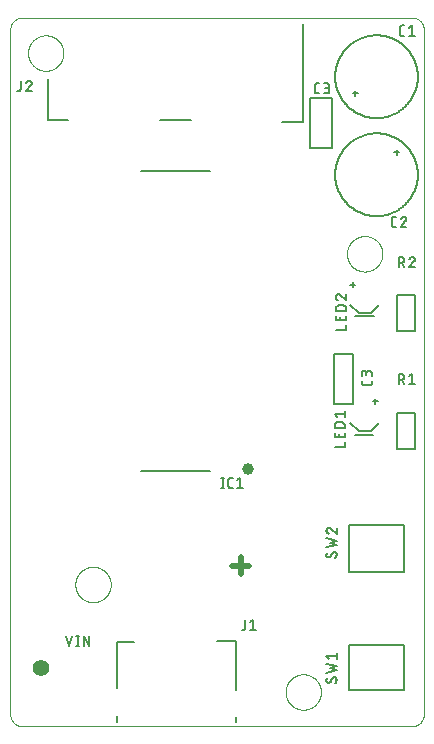
<source format=gto>
G75*
%MOIN*%
%OFA0B0*%
%FSLAX25Y25*%
%IPPOS*%
%LPD*%
%AMOC8*
5,1,8,0,0,1.08239X$1,22.5*
%
%ADD10C,0.00000*%
%ADD11C,0.00600*%
%ADD12C,0.02000*%
%ADD13C,0.03937*%
%ADD14C,0.05568*%
%ADD15C,0.00787*%
D10*
X0007206Y0016861D02*
X0137127Y0016861D01*
X0137251Y0016863D01*
X0137374Y0016869D01*
X0137498Y0016878D01*
X0137620Y0016892D01*
X0137743Y0016909D01*
X0137865Y0016931D01*
X0137986Y0016956D01*
X0138106Y0016985D01*
X0138225Y0017017D01*
X0138344Y0017054D01*
X0138461Y0017094D01*
X0138576Y0017137D01*
X0138691Y0017185D01*
X0138803Y0017236D01*
X0138914Y0017290D01*
X0139024Y0017348D01*
X0139131Y0017409D01*
X0139237Y0017474D01*
X0139340Y0017542D01*
X0139441Y0017613D01*
X0139540Y0017687D01*
X0139637Y0017764D01*
X0139731Y0017845D01*
X0139822Y0017928D01*
X0139911Y0018014D01*
X0139997Y0018103D01*
X0140080Y0018194D01*
X0140161Y0018288D01*
X0140238Y0018385D01*
X0140312Y0018484D01*
X0140383Y0018585D01*
X0140451Y0018688D01*
X0140516Y0018794D01*
X0140577Y0018901D01*
X0140635Y0019011D01*
X0140689Y0019122D01*
X0140740Y0019234D01*
X0140788Y0019349D01*
X0140831Y0019464D01*
X0140871Y0019581D01*
X0140908Y0019700D01*
X0140940Y0019819D01*
X0140969Y0019939D01*
X0140994Y0020060D01*
X0141016Y0020182D01*
X0141033Y0020305D01*
X0141047Y0020427D01*
X0141056Y0020551D01*
X0141062Y0020674D01*
X0141064Y0020798D01*
X0141064Y0249145D01*
X0141062Y0249269D01*
X0141056Y0249392D01*
X0141047Y0249516D01*
X0141033Y0249638D01*
X0141016Y0249761D01*
X0140994Y0249883D01*
X0140969Y0250004D01*
X0140940Y0250124D01*
X0140908Y0250243D01*
X0140871Y0250362D01*
X0140831Y0250479D01*
X0140788Y0250594D01*
X0140740Y0250709D01*
X0140689Y0250821D01*
X0140635Y0250932D01*
X0140577Y0251042D01*
X0140516Y0251149D01*
X0140451Y0251255D01*
X0140383Y0251358D01*
X0140312Y0251459D01*
X0140238Y0251558D01*
X0140161Y0251655D01*
X0140080Y0251749D01*
X0139997Y0251840D01*
X0139911Y0251929D01*
X0139822Y0252015D01*
X0139731Y0252098D01*
X0139637Y0252179D01*
X0139540Y0252256D01*
X0139441Y0252330D01*
X0139340Y0252401D01*
X0139237Y0252469D01*
X0139131Y0252534D01*
X0139024Y0252595D01*
X0138914Y0252653D01*
X0138803Y0252707D01*
X0138691Y0252758D01*
X0138576Y0252806D01*
X0138461Y0252849D01*
X0138344Y0252889D01*
X0138225Y0252926D01*
X0138106Y0252958D01*
X0137986Y0252987D01*
X0137865Y0253012D01*
X0137743Y0253034D01*
X0137620Y0253051D01*
X0137498Y0253065D01*
X0137374Y0253074D01*
X0137251Y0253080D01*
X0137127Y0253082D01*
X0007206Y0253082D01*
X0007082Y0253080D01*
X0006959Y0253074D01*
X0006835Y0253065D01*
X0006713Y0253051D01*
X0006590Y0253034D01*
X0006468Y0253012D01*
X0006347Y0252987D01*
X0006227Y0252958D01*
X0006108Y0252926D01*
X0005989Y0252889D01*
X0005872Y0252849D01*
X0005757Y0252806D01*
X0005642Y0252758D01*
X0005530Y0252707D01*
X0005419Y0252653D01*
X0005309Y0252595D01*
X0005202Y0252534D01*
X0005096Y0252469D01*
X0004993Y0252401D01*
X0004892Y0252330D01*
X0004793Y0252256D01*
X0004696Y0252179D01*
X0004602Y0252098D01*
X0004511Y0252015D01*
X0004422Y0251929D01*
X0004336Y0251840D01*
X0004253Y0251749D01*
X0004172Y0251655D01*
X0004095Y0251558D01*
X0004021Y0251459D01*
X0003950Y0251358D01*
X0003882Y0251255D01*
X0003817Y0251149D01*
X0003756Y0251042D01*
X0003698Y0250932D01*
X0003644Y0250821D01*
X0003593Y0250709D01*
X0003545Y0250594D01*
X0003502Y0250479D01*
X0003462Y0250362D01*
X0003425Y0250243D01*
X0003393Y0250124D01*
X0003364Y0250004D01*
X0003339Y0249883D01*
X0003317Y0249761D01*
X0003300Y0249638D01*
X0003286Y0249516D01*
X0003277Y0249392D01*
X0003271Y0249269D01*
X0003269Y0249145D01*
X0003269Y0020798D01*
X0003271Y0020674D01*
X0003277Y0020551D01*
X0003286Y0020427D01*
X0003300Y0020305D01*
X0003317Y0020182D01*
X0003339Y0020060D01*
X0003364Y0019939D01*
X0003393Y0019819D01*
X0003425Y0019700D01*
X0003462Y0019581D01*
X0003502Y0019464D01*
X0003545Y0019349D01*
X0003593Y0019234D01*
X0003644Y0019122D01*
X0003698Y0019011D01*
X0003756Y0018901D01*
X0003817Y0018794D01*
X0003882Y0018688D01*
X0003950Y0018585D01*
X0004021Y0018484D01*
X0004095Y0018385D01*
X0004172Y0018288D01*
X0004253Y0018194D01*
X0004336Y0018103D01*
X0004422Y0018014D01*
X0004511Y0017928D01*
X0004602Y0017845D01*
X0004696Y0017764D01*
X0004793Y0017687D01*
X0004892Y0017613D01*
X0004993Y0017542D01*
X0005096Y0017474D01*
X0005202Y0017409D01*
X0005309Y0017348D01*
X0005419Y0017290D01*
X0005530Y0017236D01*
X0005642Y0017185D01*
X0005757Y0017137D01*
X0005872Y0017094D01*
X0005989Y0017054D01*
X0006108Y0017017D01*
X0006227Y0016985D01*
X0006347Y0016956D01*
X0006468Y0016931D01*
X0006590Y0016909D01*
X0006713Y0016892D01*
X0006835Y0016878D01*
X0006959Y0016869D01*
X0007082Y0016863D01*
X0007206Y0016861D01*
X0024922Y0064106D02*
X0024924Y0064259D01*
X0024930Y0064413D01*
X0024940Y0064566D01*
X0024954Y0064718D01*
X0024972Y0064871D01*
X0024994Y0065022D01*
X0025019Y0065173D01*
X0025049Y0065324D01*
X0025083Y0065474D01*
X0025120Y0065622D01*
X0025161Y0065770D01*
X0025206Y0065916D01*
X0025255Y0066062D01*
X0025308Y0066206D01*
X0025364Y0066348D01*
X0025424Y0066489D01*
X0025488Y0066629D01*
X0025555Y0066767D01*
X0025626Y0066903D01*
X0025701Y0067037D01*
X0025778Y0067169D01*
X0025860Y0067299D01*
X0025944Y0067427D01*
X0026032Y0067553D01*
X0026123Y0067676D01*
X0026217Y0067797D01*
X0026315Y0067915D01*
X0026415Y0068031D01*
X0026519Y0068144D01*
X0026625Y0068255D01*
X0026734Y0068363D01*
X0026846Y0068468D01*
X0026960Y0068569D01*
X0027078Y0068668D01*
X0027197Y0068764D01*
X0027319Y0068857D01*
X0027444Y0068946D01*
X0027571Y0069033D01*
X0027700Y0069115D01*
X0027831Y0069195D01*
X0027964Y0069271D01*
X0028099Y0069344D01*
X0028236Y0069413D01*
X0028375Y0069478D01*
X0028515Y0069540D01*
X0028657Y0069598D01*
X0028800Y0069653D01*
X0028945Y0069704D01*
X0029091Y0069751D01*
X0029238Y0069794D01*
X0029386Y0069833D01*
X0029535Y0069869D01*
X0029685Y0069900D01*
X0029836Y0069928D01*
X0029987Y0069952D01*
X0030140Y0069972D01*
X0030292Y0069988D01*
X0030445Y0070000D01*
X0030598Y0070008D01*
X0030751Y0070012D01*
X0030905Y0070012D01*
X0031058Y0070008D01*
X0031211Y0070000D01*
X0031364Y0069988D01*
X0031516Y0069972D01*
X0031669Y0069952D01*
X0031820Y0069928D01*
X0031971Y0069900D01*
X0032121Y0069869D01*
X0032270Y0069833D01*
X0032418Y0069794D01*
X0032565Y0069751D01*
X0032711Y0069704D01*
X0032856Y0069653D01*
X0032999Y0069598D01*
X0033141Y0069540D01*
X0033281Y0069478D01*
X0033420Y0069413D01*
X0033557Y0069344D01*
X0033692Y0069271D01*
X0033825Y0069195D01*
X0033956Y0069115D01*
X0034085Y0069033D01*
X0034212Y0068946D01*
X0034337Y0068857D01*
X0034459Y0068764D01*
X0034578Y0068668D01*
X0034696Y0068569D01*
X0034810Y0068468D01*
X0034922Y0068363D01*
X0035031Y0068255D01*
X0035137Y0068144D01*
X0035241Y0068031D01*
X0035341Y0067915D01*
X0035439Y0067797D01*
X0035533Y0067676D01*
X0035624Y0067553D01*
X0035712Y0067427D01*
X0035796Y0067299D01*
X0035878Y0067169D01*
X0035955Y0067037D01*
X0036030Y0066903D01*
X0036101Y0066767D01*
X0036168Y0066629D01*
X0036232Y0066489D01*
X0036292Y0066348D01*
X0036348Y0066206D01*
X0036401Y0066062D01*
X0036450Y0065916D01*
X0036495Y0065770D01*
X0036536Y0065622D01*
X0036573Y0065474D01*
X0036607Y0065324D01*
X0036637Y0065173D01*
X0036662Y0065022D01*
X0036684Y0064871D01*
X0036702Y0064718D01*
X0036716Y0064566D01*
X0036726Y0064413D01*
X0036732Y0064259D01*
X0036734Y0064106D01*
X0036732Y0063953D01*
X0036726Y0063799D01*
X0036716Y0063646D01*
X0036702Y0063494D01*
X0036684Y0063341D01*
X0036662Y0063190D01*
X0036637Y0063039D01*
X0036607Y0062888D01*
X0036573Y0062738D01*
X0036536Y0062590D01*
X0036495Y0062442D01*
X0036450Y0062296D01*
X0036401Y0062150D01*
X0036348Y0062006D01*
X0036292Y0061864D01*
X0036232Y0061723D01*
X0036168Y0061583D01*
X0036101Y0061445D01*
X0036030Y0061309D01*
X0035955Y0061175D01*
X0035878Y0061043D01*
X0035796Y0060913D01*
X0035712Y0060785D01*
X0035624Y0060659D01*
X0035533Y0060536D01*
X0035439Y0060415D01*
X0035341Y0060297D01*
X0035241Y0060181D01*
X0035137Y0060068D01*
X0035031Y0059957D01*
X0034922Y0059849D01*
X0034810Y0059744D01*
X0034696Y0059643D01*
X0034578Y0059544D01*
X0034459Y0059448D01*
X0034337Y0059355D01*
X0034212Y0059266D01*
X0034085Y0059179D01*
X0033956Y0059097D01*
X0033825Y0059017D01*
X0033692Y0058941D01*
X0033557Y0058868D01*
X0033420Y0058799D01*
X0033281Y0058734D01*
X0033141Y0058672D01*
X0032999Y0058614D01*
X0032856Y0058559D01*
X0032711Y0058508D01*
X0032565Y0058461D01*
X0032418Y0058418D01*
X0032270Y0058379D01*
X0032121Y0058343D01*
X0031971Y0058312D01*
X0031820Y0058284D01*
X0031669Y0058260D01*
X0031516Y0058240D01*
X0031364Y0058224D01*
X0031211Y0058212D01*
X0031058Y0058204D01*
X0030905Y0058200D01*
X0030751Y0058200D01*
X0030598Y0058204D01*
X0030445Y0058212D01*
X0030292Y0058224D01*
X0030140Y0058240D01*
X0029987Y0058260D01*
X0029836Y0058284D01*
X0029685Y0058312D01*
X0029535Y0058343D01*
X0029386Y0058379D01*
X0029238Y0058418D01*
X0029091Y0058461D01*
X0028945Y0058508D01*
X0028800Y0058559D01*
X0028657Y0058614D01*
X0028515Y0058672D01*
X0028375Y0058734D01*
X0028236Y0058799D01*
X0028099Y0058868D01*
X0027964Y0058941D01*
X0027831Y0059017D01*
X0027700Y0059097D01*
X0027571Y0059179D01*
X0027444Y0059266D01*
X0027319Y0059355D01*
X0027197Y0059448D01*
X0027078Y0059544D01*
X0026960Y0059643D01*
X0026846Y0059744D01*
X0026734Y0059849D01*
X0026625Y0059957D01*
X0026519Y0060068D01*
X0026415Y0060181D01*
X0026315Y0060297D01*
X0026217Y0060415D01*
X0026123Y0060536D01*
X0026032Y0060659D01*
X0025944Y0060785D01*
X0025860Y0060913D01*
X0025778Y0061043D01*
X0025701Y0061175D01*
X0025626Y0061309D01*
X0025555Y0061445D01*
X0025488Y0061583D01*
X0025424Y0061723D01*
X0025364Y0061864D01*
X0025308Y0062006D01*
X0025255Y0062150D01*
X0025206Y0062296D01*
X0025161Y0062442D01*
X0025120Y0062590D01*
X0025083Y0062738D01*
X0025049Y0062888D01*
X0025019Y0063039D01*
X0024994Y0063190D01*
X0024972Y0063341D01*
X0024954Y0063494D01*
X0024940Y0063646D01*
X0024930Y0063799D01*
X0024924Y0063953D01*
X0024922Y0064106D01*
X0095000Y0028279D02*
X0095002Y0028432D01*
X0095008Y0028586D01*
X0095018Y0028739D01*
X0095032Y0028891D01*
X0095050Y0029044D01*
X0095072Y0029195D01*
X0095097Y0029346D01*
X0095127Y0029497D01*
X0095161Y0029647D01*
X0095198Y0029795D01*
X0095239Y0029943D01*
X0095284Y0030089D01*
X0095333Y0030235D01*
X0095386Y0030379D01*
X0095442Y0030521D01*
X0095502Y0030662D01*
X0095566Y0030802D01*
X0095633Y0030940D01*
X0095704Y0031076D01*
X0095779Y0031210D01*
X0095856Y0031342D01*
X0095938Y0031472D01*
X0096022Y0031600D01*
X0096110Y0031726D01*
X0096201Y0031849D01*
X0096295Y0031970D01*
X0096393Y0032088D01*
X0096493Y0032204D01*
X0096597Y0032317D01*
X0096703Y0032428D01*
X0096812Y0032536D01*
X0096924Y0032641D01*
X0097038Y0032742D01*
X0097156Y0032841D01*
X0097275Y0032937D01*
X0097397Y0033030D01*
X0097522Y0033119D01*
X0097649Y0033206D01*
X0097778Y0033288D01*
X0097909Y0033368D01*
X0098042Y0033444D01*
X0098177Y0033517D01*
X0098314Y0033586D01*
X0098453Y0033651D01*
X0098593Y0033713D01*
X0098735Y0033771D01*
X0098878Y0033826D01*
X0099023Y0033877D01*
X0099169Y0033924D01*
X0099316Y0033967D01*
X0099464Y0034006D01*
X0099613Y0034042D01*
X0099763Y0034073D01*
X0099914Y0034101D01*
X0100065Y0034125D01*
X0100218Y0034145D01*
X0100370Y0034161D01*
X0100523Y0034173D01*
X0100676Y0034181D01*
X0100829Y0034185D01*
X0100983Y0034185D01*
X0101136Y0034181D01*
X0101289Y0034173D01*
X0101442Y0034161D01*
X0101594Y0034145D01*
X0101747Y0034125D01*
X0101898Y0034101D01*
X0102049Y0034073D01*
X0102199Y0034042D01*
X0102348Y0034006D01*
X0102496Y0033967D01*
X0102643Y0033924D01*
X0102789Y0033877D01*
X0102934Y0033826D01*
X0103077Y0033771D01*
X0103219Y0033713D01*
X0103359Y0033651D01*
X0103498Y0033586D01*
X0103635Y0033517D01*
X0103770Y0033444D01*
X0103903Y0033368D01*
X0104034Y0033288D01*
X0104163Y0033206D01*
X0104290Y0033119D01*
X0104415Y0033030D01*
X0104537Y0032937D01*
X0104656Y0032841D01*
X0104774Y0032742D01*
X0104888Y0032641D01*
X0105000Y0032536D01*
X0105109Y0032428D01*
X0105215Y0032317D01*
X0105319Y0032204D01*
X0105419Y0032088D01*
X0105517Y0031970D01*
X0105611Y0031849D01*
X0105702Y0031726D01*
X0105790Y0031600D01*
X0105874Y0031472D01*
X0105956Y0031342D01*
X0106033Y0031210D01*
X0106108Y0031076D01*
X0106179Y0030940D01*
X0106246Y0030802D01*
X0106310Y0030662D01*
X0106370Y0030521D01*
X0106426Y0030379D01*
X0106479Y0030235D01*
X0106528Y0030089D01*
X0106573Y0029943D01*
X0106614Y0029795D01*
X0106651Y0029647D01*
X0106685Y0029497D01*
X0106715Y0029346D01*
X0106740Y0029195D01*
X0106762Y0029044D01*
X0106780Y0028891D01*
X0106794Y0028739D01*
X0106804Y0028586D01*
X0106810Y0028432D01*
X0106812Y0028279D01*
X0106810Y0028126D01*
X0106804Y0027972D01*
X0106794Y0027819D01*
X0106780Y0027667D01*
X0106762Y0027514D01*
X0106740Y0027363D01*
X0106715Y0027212D01*
X0106685Y0027061D01*
X0106651Y0026911D01*
X0106614Y0026763D01*
X0106573Y0026615D01*
X0106528Y0026469D01*
X0106479Y0026323D01*
X0106426Y0026179D01*
X0106370Y0026037D01*
X0106310Y0025896D01*
X0106246Y0025756D01*
X0106179Y0025618D01*
X0106108Y0025482D01*
X0106033Y0025348D01*
X0105956Y0025216D01*
X0105874Y0025086D01*
X0105790Y0024958D01*
X0105702Y0024832D01*
X0105611Y0024709D01*
X0105517Y0024588D01*
X0105419Y0024470D01*
X0105319Y0024354D01*
X0105215Y0024241D01*
X0105109Y0024130D01*
X0105000Y0024022D01*
X0104888Y0023917D01*
X0104774Y0023816D01*
X0104656Y0023717D01*
X0104537Y0023621D01*
X0104415Y0023528D01*
X0104290Y0023439D01*
X0104163Y0023352D01*
X0104034Y0023270D01*
X0103903Y0023190D01*
X0103770Y0023114D01*
X0103635Y0023041D01*
X0103498Y0022972D01*
X0103359Y0022907D01*
X0103219Y0022845D01*
X0103077Y0022787D01*
X0102934Y0022732D01*
X0102789Y0022681D01*
X0102643Y0022634D01*
X0102496Y0022591D01*
X0102348Y0022552D01*
X0102199Y0022516D01*
X0102049Y0022485D01*
X0101898Y0022457D01*
X0101747Y0022433D01*
X0101594Y0022413D01*
X0101442Y0022397D01*
X0101289Y0022385D01*
X0101136Y0022377D01*
X0100983Y0022373D01*
X0100829Y0022373D01*
X0100676Y0022377D01*
X0100523Y0022385D01*
X0100370Y0022397D01*
X0100218Y0022413D01*
X0100065Y0022433D01*
X0099914Y0022457D01*
X0099763Y0022485D01*
X0099613Y0022516D01*
X0099464Y0022552D01*
X0099316Y0022591D01*
X0099169Y0022634D01*
X0099023Y0022681D01*
X0098878Y0022732D01*
X0098735Y0022787D01*
X0098593Y0022845D01*
X0098453Y0022907D01*
X0098314Y0022972D01*
X0098177Y0023041D01*
X0098042Y0023114D01*
X0097909Y0023190D01*
X0097778Y0023270D01*
X0097649Y0023352D01*
X0097522Y0023439D01*
X0097397Y0023528D01*
X0097275Y0023621D01*
X0097156Y0023717D01*
X0097038Y0023816D01*
X0096924Y0023917D01*
X0096812Y0024022D01*
X0096703Y0024130D01*
X0096597Y0024241D01*
X0096493Y0024354D01*
X0096393Y0024470D01*
X0096295Y0024588D01*
X0096201Y0024709D01*
X0096110Y0024832D01*
X0096022Y0024958D01*
X0095938Y0025086D01*
X0095856Y0025216D01*
X0095779Y0025348D01*
X0095704Y0025482D01*
X0095633Y0025618D01*
X0095566Y0025756D01*
X0095502Y0025896D01*
X0095442Y0026037D01*
X0095386Y0026179D01*
X0095333Y0026323D01*
X0095284Y0026469D01*
X0095239Y0026615D01*
X0095198Y0026763D01*
X0095161Y0026911D01*
X0095127Y0027061D01*
X0095097Y0027212D01*
X0095072Y0027363D01*
X0095050Y0027514D01*
X0095032Y0027667D01*
X0095018Y0027819D01*
X0095008Y0027972D01*
X0095002Y0028126D01*
X0095000Y0028279D01*
X0115473Y0174342D02*
X0115475Y0174495D01*
X0115481Y0174649D01*
X0115491Y0174802D01*
X0115505Y0174954D01*
X0115523Y0175107D01*
X0115545Y0175258D01*
X0115570Y0175409D01*
X0115600Y0175560D01*
X0115634Y0175710D01*
X0115671Y0175858D01*
X0115712Y0176006D01*
X0115757Y0176152D01*
X0115806Y0176298D01*
X0115859Y0176442D01*
X0115915Y0176584D01*
X0115975Y0176725D01*
X0116039Y0176865D01*
X0116106Y0177003D01*
X0116177Y0177139D01*
X0116252Y0177273D01*
X0116329Y0177405D01*
X0116411Y0177535D01*
X0116495Y0177663D01*
X0116583Y0177789D01*
X0116674Y0177912D01*
X0116768Y0178033D01*
X0116866Y0178151D01*
X0116966Y0178267D01*
X0117070Y0178380D01*
X0117176Y0178491D01*
X0117285Y0178599D01*
X0117397Y0178704D01*
X0117511Y0178805D01*
X0117629Y0178904D01*
X0117748Y0179000D01*
X0117870Y0179093D01*
X0117995Y0179182D01*
X0118122Y0179269D01*
X0118251Y0179351D01*
X0118382Y0179431D01*
X0118515Y0179507D01*
X0118650Y0179580D01*
X0118787Y0179649D01*
X0118926Y0179714D01*
X0119066Y0179776D01*
X0119208Y0179834D01*
X0119351Y0179889D01*
X0119496Y0179940D01*
X0119642Y0179987D01*
X0119789Y0180030D01*
X0119937Y0180069D01*
X0120086Y0180105D01*
X0120236Y0180136D01*
X0120387Y0180164D01*
X0120538Y0180188D01*
X0120691Y0180208D01*
X0120843Y0180224D01*
X0120996Y0180236D01*
X0121149Y0180244D01*
X0121302Y0180248D01*
X0121456Y0180248D01*
X0121609Y0180244D01*
X0121762Y0180236D01*
X0121915Y0180224D01*
X0122067Y0180208D01*
X0122220Y0180188D01*
X0122371Y0180164D01*
X0122522Y0180136D01*
X0122672Y0180105D01*
X0122821Y0180069D01*
X0122969Y0180030D01*
X0123116Y0179987D01*
X0123262Y0179940D01*
X0123407Y0179889D01*
X0123550Y0179834D01*
X0123692Y0179776D01*
X0123832Y0179714D01*
X0123971Y0179649D01*
X0124108Y0179580D01*
X0124243Y0179507D01*
X0124376Y0179431D01*
X0124507Y0179351D01*
X0124636Y0179269D01*
X0124763Y0179182D01*
X0124888Y0179093D01*
X0125010Y0179000D01*
X0125129Y0178904D01*
X0125247Y0178805D01*
X0125361Y0178704D01*
X0125473Y0178599D01*
X0125582Y0178491D01*
X0125688Y0178380D01*
X0125792Y0178267D01*
X0125892Y0178151D01*
X0125990Y0178033D01*
X0126084Y0177912D01*
X0126175Y0177789D01*
X0126263Y0177663D01*
X0126347Y0177535D01*
X0126429Y0177405D01*
X0126506Y0177273D01*
X0126581Y0177139D01*
X0126652Y0177003D01*
X0126719Y0176865D01*
X0126783Y0176725D01*
X0126843Y0176584D01*
X0126899Y0176442D01*
X0126952Y0176298D01*
X0127001Y0176152D01*
X0127046Y0176006D01*
X0127087Y0175858D01*
X0127124Y0175710D01*
X0127158Y0175560D01*
X0127188Y0175409D01*
X0127213Y0175258D01*
X0127235Y0175107D01*
X0127253Y0174954D01*
X0127267Y0174802D01*
X0127277Y0174649D01*
X0127283Y0174495D01*
X0127285Y0174342D01*
X0127283Y0174189D01*
X0127277Y0174035D01*
X0127267Y0173882D01*
X0127253Y0173730D01*
X0127235Y0173577D01*
X0127213Y0173426D01*
X0127188Y0173275D01*
X0127158Y0173124D01*
X0127124Y0172974D01*
X0127087Y0172826D01*
X0127046Y0172678D01*
X0127001Y0172532D01*
X0126952Y0172386D01*
X0126899Y0172242D01*
X0126843Y0172100D01*
X0126783Y0171959D01*
X0126719Y0171819D01*
X0126652Y0171681D01*
X0126581Y0171545D01*
X0126506Y0171411D01*
X0126429Y0171279D01*
X0126347Y0171149D01*
X0126263Y0171021D01*
X0126175Y0170895D01*
X0126084Y0170772D01*
X0125990Y0170651D01*
X0125892Y0170533D01*
X0125792Y0170417D01*
X0125688Y0170304D01*
X0125582Y0170193D01*
X0125473Y0170085D01*
X0125361Y0169980D01*
X0125247Y0169879D01*
X0125129Y0169780D01*
X0125010Y0169684D01*
X0124888Y0169591D01*
X0124763Y0169502D01*
X0124636Y0169415D01*
X0124507Y0169333D01*
X0124376Y0169253D01*
X0124243Y0169177D01*
X0124108Y0169104D01*
X0123971Y0169035D01*
X0123832Y0168970D01*
X0123692Y0168908D01*
X0123550Y0168850D01*
X0123407Y0168795D01*
X0123262Y0168744D01*
X0123116Y0168697D01*
X0122969Y0168654D01*
X0122821Y0168615D01*
X0122672Y0168579D01*
X0122522Y0168548D01*
X0122371Y0168520D01*
X0122220Y0168496D01*
X0122067Y0168476D01*
X0121915Y0168460D01*
X0121762Y0168448D01*
X0121609Y0168440D01*
X0121456Y0168436D01*
X0121302Y0168436D01*
X0121149Y0168440D01*
X0120996Y0168448D01*
X0120843Y0168460D01*
X0120691Y0168476D01*
X0120538Y0168496D01*
X0120387Y0168520D01*
X0120236Y0168548D01*
X0120086Y0168579D01*
X0119937Y0168615D01*
X0119789Y0168654D01*
X0119642Y0168697D01*
X0119496Y0168744D01*
X0119351Y0168795D01*
X0119208Y0168850D01*
X0119066Y0168908D01*
X0118926Y0168970D01*
X0118787Y0169035D01*
X0118650Y0169104D01*
X0118515Y0169177D01*
X0118382Y0169253D01*
X0118251Y0169333D01*
X0118122Y0169415D01*
X0117995Y0169502D01*
X0117870Y0169591D01*
X0117748Y0169684D01*
X0117629Y0169780D01*
X0117511Y0169879D01*
X0117397Y0169980D01*
X0117285Y0170085D01*
X0117176Y0170193D01*
X0117070Y0170304D01*
X0116966Y0170417D01*
X0116866Y0170533D01*
X0116768Y0170651D01*
X0116674Y0170772D01*
X0116583Y0170895D01*
X0116495Y0171021D01*
X0116411Y0171149D01*
X0116329Y0171279D01*
X0116252Y0171411D01*
X0116177Y0171545D01*
X0116106Y0171681D01*
X0116039Y0171819D01*
X0115975Y0171959D01*
X0115915Y0172100D01*
X0115859Y0172242D01*
X0115806Y0172386D01*
X0115757Y0172532D01*
X0115712Y0172678D01*
X0115671Y0172826D01*
X0115634Y0172974D01*
X0115600Y0173124D01*
X0115570Y0173275D01*
X0115545Y0173426D01*
X0115523Y0173577D01*
X0115505Y0173730D01*
X0115491Y0173882D01*
X0115481Y0174035D01*
X0115475Y0174189D01*
X0115473Y0174342D01*
X0009174Y0241271D02*
X0009176Y0241424D01*
X0009182Y0241578D01*
X0009192Y0241731D01*
X0009206Y0241883D01*
X0009224Y0242036D01*
X0009246Y0242187D01*
X0009271Y0242338D01*
X0009301Y0242489D01*
X0009335Y0242639D01*
X0009372Y0242787D01*
X0009413Y0242935D01*
X0009458Y0243081D01*
X0009507Y0243227D01*
X0009560Y0243371D01*
X0009616Y0243513D01*
X0009676Y0243654D01*
X0009740Y0243794D01*
X0009807Y0243932D01*
X0009878Y0244068D01*
X0009953Y0244202D01*
X0010030Y0244334D01*
X0010112Y0244464D01*
X0010196Y0244592D01*
X0010284Y0244718D01*
X0010375Y0244841D01*
X0010469Y0244962D01*
X0010567Y0245080D01*
X0010667Y0245196D01*
X0010771Y0245309D01*
X0010877Y0245420D01*
X0010986Y0245528D01*
X0011098Y0245633D01*
X0011212Y0245734D01*
X0011330Y0245833D01*
X0011449Y0245929D01*
X0011571Y0246022D01*
X0011696Y0246111D01*
X0011823Y0246198D01*
X0011952Y0246280D01*
X0012083Y0246360D01*
X0012216Y0246436D01*
X0012351Y0246509D01*
X0012488Y0246578D01*
X0012627Y0246643D01*
X0012767Y0246705D01*
X0012909Y0246763D01*
X0013052Y0246818D01*
X0013197Y0246869D01*
X0013343Y0246916D01*
X0013490Y0246959D01*
X0013638Y0246998D01*
X0013787Y0247034D01*
X0013937Y0247065D01*
X0014088Y0247093D01*
X0014239Y0247117D01*
X0014392Y0247137D01*
X0014544Y0247153D01*
X0014697Y0247165D01*
X0014850Y0247173D01*
X0015003Y0247177D01*
X0015157Y0247177D01*
X0015310Y0247173D01*
X0015463Y0247165D01*
X0015616Y0247153D01*
X0015768Y0247137D01*
X0015921Y0247117D01*
X0016072Y0247093D01*
X0016223Y0247065D01*
X0016373Y0247034D01*
X0016522Y0246998D01*
X0016670Y0246959D01*
X0016817Y0246916D01*
X0016963Y0246869D01*
X0017108Y0246818D01*
X0017251Y0246763D01*
X0017393Y0246705D01*
X0017533Y0246643D01*
X0017672Y0246578D01*
X0017809Y0246509D01*
X0017944Y0246436D01*
X0018077Y0246360D01*
X0018208Y0246280D01*
X0018337Y0246198D01*
X0018464Y0246111D01*
X0018589Y0246022D01*
X0018711Y0245929D01*
X0018830Y0245833D01*
X0018948Y0245734D01*
X0019062Y0245633D01*
X0019174Y0245528D01*
X0019283Y0245420D01*
X0019389Y0245309D01*
X0019493Y0245196D01*
X0019593Y0245080D01*
X0019691Y0244962D01*
X0019785Y0244841D01*
X0019876Y0244718D01*
X0019964Y0244592D01*
X0020048Y0244464D01*
X0020130Y0244334D01*
X0020207Y0244202D01*
X0020282Y0244068D01*
X0020353Y0243932D01*
X0020420Y0243794D01*
X0020484Y0243654D01*
X0020544Y0243513D01*
X0020600Y0243371D01*
X0020653Y0243227D01*
X0020702Y0243081D01*
X0020747Y0242935D01*
X0020788Y0242787D01*
X0020825Y0242639D01*
X0020859Y0242489D01*
X0020889Y0242338D01*
X0020914Y0242187D01*
X0020936Y0242036D01*
X0020954Y0241883D01*
X0020968Y0241731D01*
X0020978Y0241578D01*
X0020984Y0241424D01*
X0020986Y0241271D01*
X0020984Y0241118D01*
X0020978Y0240964D01*
X0020968Y0240811D01*
X0020954Y0240659D01*
X0020936Y0240506D01*
X0020914Y0240355D01*
X0020889Y0240204D01*
X0020859Y0240053D01*
X0020825Y0239903D01*
X0020788Y0239755D01*
X0020747Y0239607D01*
X0020702Y0239461D01*
X0020653Y0239315D01*
X0020600Y0239171D01*
X0020544Y0239029D01*
X0020484Y0238888D01*
X0020420Y0238748D01*
X0020353Y0238610D01*
X0020282Y0238474D01*
X0020207Y0238340D01*
X0020130Y0238208D01*
X0020048Y0238078D01*
X0019964Y0237950D01*
X0019876Y0237824D01*
X0019785Y0237701D01*
X0019691Y0237580D01*
X0019593Y0237462D01*
X0019493Y0237346D01*
X0019389Y0237233D01*
X0019283Y0237122D01*
X0019174Y0237014D01*
X0019062Y0236909D01*
X0018948Y0236808D01*
X0018830Y0236709D01*
X0018711Y0236613D01*
X0018589Y0236520D01*
X0018464Y0236431D01*
X0018337Y0236344D01*
X0018208Y0236262D01*
X0018077Y0236182D01*
X0017944Y0236106D01*
X0017809Y0236033D01*
X0017672Y0235964D01*
X0017533Y0235899D01*
X0017393Y0235837D01*
X0017251Y0235779D01*
X0017108Y0235724D01*
X0016963Y0235673D01*
X0016817Y0235626D01*
X0016670Y0235583D01*
X0016522Y0235544D01*
X0016373Y0235508D01*
X0016223Y0235477D01*
X0016072Y0235449D01*
X0015921Y0235425D01*
X0015768Y0235405D01*
X0015616Y0235389D01*
X0015463Y0235377D01*
X0015310Y0235369D01*
X0015157Y0235365D01*
X0015003Y0235365D01*
X0014850Y0235369D01*
X0014697Y0235377D01*
X0014544Y0235389D01*
X0014392Y0235405D01*
X0014239Y0235425D01*
X0014088Y0235449D01*
X0013937Y0235477D01*
X0013787Y0235508D01*
X0013638Y0235544D01*
X0013490Y0235583D01*
X0013343Y0235626D01*
X0013197Y0235673D01*
X0013052Y0235724D01*
X0012909Y0235779D01*
X0012767Y0235837D01*
X0012627Y0235899D01*
X0012488Y0235964D01*
X0012351Y0236033D01*
X0012216Y0236106D01*
X0012083Y0236182D01*
X0011952Y0236262D01*
X0011823Y0236344D01*
X0011696Y0236431D01*
X0011571Y0236520D01*
X0011449Y0236613D01*
X0011330Y0236709D01*
X0011212Y0236808D01*
X0011098Y0236909D01*
X0010986Y0237014D01*
X0010877Y0237122D01*
X0010771Y0237233D01*
X0010667Y0237346D01*
X0010567Y0237462D01*
X0010469Y0237580D01*
X0010375Y0237701D01*
X0010284Y0237824D01*
X0010196Y0237950D01*
X0010112Y0238078D01*
X0010030Y0238208D01*
X0009953Y0238340D01*
X0009878Y0238474D01*
X0009807Y0238610D01*
X0009740Y0238748D01*
X0009676Y0238888D01*
X0009616Y0239029D01*
X0009560Y0239171D01*
X0009507Y0239315D01*
X0009458Y0239461D01*
X0009413Y0239607D01*
X0009372Y0239755D01*
X0009335Y0239903D01*
X0009301Y0240053D01*
X0009271Y0240204D01*
X0009246Y0240355D01*
X0009224Y0240506D01*
X0009206Y0240659D01*
X0009192Y0240811D01*
X0009182Y0240964D01*
X0009176Y0241118D01*
X0009174Y0241271D01*
D11*
X0006670Y0231979D02*
X0006670Y0229334D01*
X0006671Y0229334D02*
X0006669Y0229280D01*
X0006663Y0229226D01*
X0006654Y0229173D01*
X0006640Y0229121D01*
X0006623Y0229070D01*
X0006603Y0229020D01*
X0006579Y0228972D01*
X0006551Y0228925D01*
X0006520Y0228881D01*
X0006486Y0228839D01*
X0006450Y0228799D01*
X0006410Y0228763D01*
X0006368Y0228729D01*
X0006324Y0228698D01*
X0006277Y0228670D01*
X0006229Y0228646D01*
X0006179Y0228626D01*
X0006128Y0228609D01*
X0006076Y0228595D01*
X0006023Y0228586D01*
X0005969Y0228580D01*
X0005915Y0228578D01*
X0005915Y0228579D02*
X0005537Y0228579D01*
X0008480Y0228579D02*
X0010369Y0228579D01*
X0008480Y0228579D02*
X0010086Y0230468D01*
X0009519Y0231979D02*
X0009454Y0231977D01*
X0009389Y0231971D01*
X0009324Y0231961D01*
X0009260Y0231948D01*
X0009197Y0231930D01*
X0009135Y0231909D01*
X0009075Y0231884D01*
X0009016Y0231856D01*
X0008959Y0231824D01*
X0008903Y0231789D01*
X0008851Y0231751D01*
X0008800Y0231709D01*
X0008752Y0231664D01*
X0008707Y0231617D01*
X0008665Y0231567D01*
X0008626Y0231515D01*
X0008590Y0231460D01*
X0008557Y0231404D01*
X0008528Y0231345D01*
X0008502Y0231285D01*
X0008480Y0231223D01*
X0010086Y0230468D02*
X0010126Y0230508D01*
X0010163Y0230551D01*
X0010198Y0230596D01*
X0010229Y0230644D01*
X0010258Y0230693D01*
X0010284Y0230743D01*
X0010306Y0230796D01*
X0010325Y0230849D01*
X0010341Y0230904D01*
X0010353Y0230959D01*
X0010362Y0231016D01*
X0010367Y0231072D01*
X0010369Y0231129D01*
X0010367Y0231185D01*
X0010362Y0231240D01*
X0010353Y0231295D01*
X0010340Y0231349D01*
X0010324Y0231402D01*
X0010304Y0231454D01*
X0010281Y0231505D01*
X0010255Y0231554D01*
X0010226Y0231601D01*
X0010193Y0231646D01*
X0010158Y0231689D01*
X0010120Y0231730D01*
X0010079Y0231768D01*
X0010036Y0231803D01*
X0009991Y0231836D01*
X0009944Y0231865D01*
X0009895Y0231891D01*
X0009844Y0231914D01*
X0009792Y0231934D01*
X0009739Y0231950D01*
X0009685Y0231963D01*
X0009630Y0231972D01*
X0009575Y0231977D01*
X0009519Y0231979D01*
X0073647Y0099695D02*
X0074403Y0099695D01*
X0074025Y0099695D02*
X0074025Y0096295D01*
X0073647Y0096295D02*
X0074403Y0096295D01*
X0075946Y0097051D02*
X0075946Y0098940D01*
X0075945Y0098940D02*
X0075947Y0098994D01*
X0075953Y0099048D01*
X0075962Y0099101D01*
X0075976Y0099153D01*
X0075993Y0099204D01*
X0076013Y0099254D01*
X0076037Y0099302D01*
X0076065Y0099349D01*
X0076096Y0099393D01*
X0076130Y0099435D01*
X0076166Y0099475D01*
X0076206Y0099511D01*
X0076248Y0099545D01*
X0076292Y0099576D01*
X0076339Y0099604D01*
X0076387Y0099628D01*
X0076437Y0099648D01*
X0076488Y0099665D01*
X0076540Y0099679D01*
X0076593Y0099688D01*
X0076647Y0099694D01*
X0076701Y0099696D01*
X0076701Y0099695D02*
X0077457Y0099695D01*
X0078961Y0098940D02*
X0079905Y0099695D01*
X0079905Y0096295D01*
X0078961Y0096295D02*
X0080849Y0096295D01*
X0077457Y0096295D02*
X0076701Y0096295D01*
X0076647Y0096297D01*
X0076593Y0096303D01*
X0076540Y0096312D01*
X0076488Y0096326D01*
X0076437Y0096343D01*
X0076387Y0096363D01*
X0076339Y0096387D01*
X0076292Y0096415D01*
X0076248Y0096446D01*
X0076206Y0096480D01*
X0076166Y0096516D01*
X0076130Y0096556D01*
X0076096Y0096598D01*
X0076065Y0096642D01*
X0076037Y0096689D01*
X0076013Y0096737D01*
X0075993Y0096787D01*
X0075976Y0096838D01*
X0075962Y0096890D01*
X0075953Y0096943D01*
X0075947Y0096997D01*
X0075945Y0097051D01*
X0081473Y0052451D02*
X0081473Y0049807D01*
X0081474Y0049807D02*
X0081472Y0049753D01*
X0081466Y0049699D01*
X0081457Y0049646D01*
X0081443Y0049594D01*
X0081426Y0049543D01*
X0081406Y0049493D01*
X0081382Y0049445D01*
X0081354Y0049398D01*
X0081323Y0049354D01*
X0081289Y0049312D01*
X0081253Y0049272D01*
X0081213Y0049236D01*
X0081171Y0049202D01*
X0081127Y0049171D01*
X0081080Y0049143D01*
X0081032Y0049119D01*
X0080982Y0049099D01*
X0080931Y0049082D01*
X0080879Y0049068D01*
X0080826Y0049059D01*
X0080772Y0049053D01*
X0080718Y0049051D01*
X0080340Y0049051D01*
X0083284Y0049051D02*
X0085172Y0049051D01*
X0084228Y0049051D02*
X0084228Y0052451D01*
X0083284Y0051696D01*
X0108624Y0040319D02*
X0112024Y0040319D01*
X0112024Y0039375D02*
X0112024Y0041264D01*
X0109379Y0039375D02*
X0108624Y0040319D01*
X0108624Y0037750D02*
X0112024Y0036995D01*
X0109757Y0036239D01*
X0112024Y0035484D01*
X0108624Y0034728D01*
X0110040Y0031807D02*
X0110011Y0031762D01*
X0109980Y0031719D01*
X0109945Y0031679D01*
X0109908Y0031641D01*
X0109869Y0031606D01*
X0109827Y0031573D01*
X0109782Y0031544D01*
X0109736Y0031517D01*
X0109688Y0031494D01*
X0109639Y0031474D01*
X0109589Y0031458D01*
X0109537Y0031445D01*
X0109485Y0031436D01*
X0109432Y0031431D01*
X0109379Y0031429D01*
X0109325Y0031431D01*
X0109271Y0031437D01*
X0109218Y0031446D01*
X0109166Y0031460D01*
X0109115Y0031477D01*
X0109065Y0031497D01*
X0109017Y0031521D01*
X0108970Y0031549D01*
X0108926Y0031580D01*
X0108884Y0031614D01*
X0108844Y0031650D01*
X0108808Y0031690D01*
X0108774Y0031732D01*
X0108743Y0031776D01*
X0108715Y0031823D01*
X0108691Y0031871D01*
X0108671Y0031921D01*
X0108654Y0031972D01*
X0108640Y0032024D01*
X0108631Y0032077D01*
X0108625Y0032131D01*
X0108623Y0032185D01*
X0108625Y0032255D01*
X0108630Y0032325D01*
X0108639Y0032395D01*
X0108651Y0032464D01*
X0108666Y0032532D01*
X0108685Y0032600D01*
X0108707Y0032666D01*
X0108733Y0032732D01*
X0108761Y0032796D01*
X0108793Y0032858D01*
X0108828Y0032919D01*
X0108866Y0032978D01*
X0108906Y0033035D01*
X0111551Y0031335D02*
X0111605Y0031392D01*
X0111657Y0031451D01*
X0111706Y0031513D01*
X0111751Y0031577D01*
X0111794Y0031644D01*
X0111833Y0031712D01*
X0111868Y0031782D01*
X0111900Y0031854D01*
X0111929Y0031928D01*
X0111954Y0032002D01*
X0111975Y0032078D01*
X0111992Y0032155D01*
X0112006Y0032233D01*
X0112015Y0032311D01*
X0112021Y0032389D01*
X0112023Y0032468D01*
X0112024Y0032468D02*
X0112022Y0032522D01*
X0112016Y0032576D01*
X0112007Y0032629D01*
X0111993Y0032681D01*
X0111976Y0032732D01*
X0111956Y0032782D01*
X0111932Y0032830D01*
X0111904Y0032877D01*
X0111873Y0032921D01*
X0111839Y0032963D01*
X0111803Y0033003D01*
X0111763Y0033039D01*
X0111721Y0033073D01*
X0111677Y0033104D01*
X0111630Y0033132D01*
X0111582Y0033156D01*
X0111532Y0033176D01*
X0111481Y0033193D01*
X0111429Y0033207D01*
X0111376Y0033216D01*
X0111322Y0033222D01*
X0111268Y0033224D01*
X0110607Y0032846D02*
X0110040Y0031807D01*
X0110607Y0032845D02*
X0110636Y0032890D01*
X0110667Y0032933D01*
X0110702Y0032973D01*
X0110739Y0033011D01*
X0110778Y0033046D01*
X0110821Y0033079D01*
X0110865Y0033108D01*
X0110911Y0033135D01*
X0110959Y0033158D01*
X0111008Y0033178D01*
X0111058Y0033194D01*
X0111110Y0033207D01*
X0111162Y0033216D01*
X0111215Y0033221D01*
X0111268Y0033223D01*
X0110040Y0073539D02*
X0110607Y0074578D01*
X0112023Y0074200D02*
X0112021Y0074121D01*
X0112015Y0074043D01*
X0112006Y0073965D01*
X0111992Y0073887D01*
X0111975Y0073810D01*
X0111954Y0073734D01*
X0111929Y0073660D01*
X0111900Y0073586D01*
X0111868Y0073514D01*
X0111833Y0073444D01*
X0111794Y0073376D01*
X0111751Y0073309D01*
X0111706Y0073245D01*
X0111657Y0073183D01*
X0111605Y0073124D01*
X0111551Y0073067D01*
X0110607Y0074577D02*
X0110636Y0074622D01*
X0110667Y0074665D01*
X0110702Y0074705D01*
X0110739Y0074743D01*
X0110778Y0074778D01*
X0110821Y0074811D01*
X0110865Y0074840D01*
X0110911Y0074867D01*
X0110959Y0074890D01*
X0111008Y0074910D01*
X0111058Y0074926D01*
X0111110Y0074939D01*
X0111162Y0074948D01*
X0111215Y0074953D01*
X0111268Y0074955D01*
X0111268Y0074956D02*
X0111322Y0074954D01*
X0111376Y0074948D01*
X0111429Y0074939D01*
X0111481Y0074925D01*
X0111532Y0074908D01*
X0111582Y0074888D01*
X0111630Y0074864D01*
X0111677Y0074836D01*
X0111721Y0074805D01*
X0111763Y0074771D01*
X0111803Y0074735D01*
X0111839Y0074695D01*
X0111873Y0074653D01*
X0111904Y0074609D01*
X0111932Y0074562D01*
X0111956Y0074514D01*
X0111976Y0074464D01*
X0111993Y0074413D01*
X0112007Y0074361D01*
X0112016Y0074308D01*
X0112022Y0074254D01*
X0112024Y0074200D01*
X0108906Y0074767D02*
X0108866Y0074710D01*
X0108828Y0074651D01*
X0108793Y0074590D01*
X0108761Y0074528D01*
X0108733Y0074464D01*
X0108707Y0074398D01*
X0108685Y0074332D01*
X0108666Y0074264D01*
X0108651Y0074196D01*
X0108639Y0074127D01*
X0108630Y0074057D01*
X0108625Y0073987D01*
X0108623Y0073917D01*
X0108625Y0073863D01*
X0108631Y0073809D01*
X0108640Y0073756D01*
X0108654Y0073704D01*
X0108671Y0073653D01*
X0108691Y0073603D01*
X0108715Y0073555D01*
X0108743Y0073508D01*
X0108774Y0073464D01*
X0108808Y0073422D01*
X0108844Y0073382D01*
X0108884Y0073346D01*
X0108926Y0073312D01*
X0108970Y0073281D01*
X0109017Y0073253D01*
X0109065Y0073229D01*
X0109115Y0073209D01*
X0109166Y0073192D01*
X0109218Y0073178D01*
X0109271Y0073169D01*
X0109325Y0073163D01*
X0109379Y0073161D01*
X0109379Y0073162D02*
X0109432Y0073164D01*
X0109485Y0073169D01*
X0109537Y0073178D01*
X0109589Y0073191D01*
X0109639Y0073207D01*
X0109688Y0073227D01*
X0109736Y0073250D01*
X0109782Y0073277D01*
X0109827Y0073306D01*
X0109869Y0073339D01*
X0109908Y0073374D01*
X0109945Y0073412D01*
X0109980Y0073452D01*
X0110011Y0073495D01*
X0110040Y0073540D01*
X0108624Y0076460D02*
X0112024Y0077216D01*
X0109757Y0077971D01*
X0112024Y0078727D01*
X0108624Y0079482D01*
X0110135Y0082713D02*
X0110095Y0082753D01*
X0110052Y0082790D01*
X0110007Y0082825D01*
X0109959Y0082856D01*
X0109910Y0082885D01*
X0109860Y0082911D01*
X0109807Y0082933D01*
X0109754Y0082952D01*
X0109699Y0082968D01*
X0109644Y0082980D01*
X0109587Y0082989D01*
X0109531Y0082994D01*
X0109474Y0082996D01*
X0110135Y0082712D02*
X0112024Y0081107D01*
X0112024Y0082996D01*
X0109380Y0081107D02*
X0109318Y0081129D01*
X0109258Y0081155D01*
X0109199Y0081184D01*
X0109143Y0081217D01*
X0109088Y0081253D01*
X0109036Y0081292D01*
X0108986Y0081334D01*
X0108939Y0081379D01*
X0108894Y0081427D01*
X0108852Y0081478D01*
X0108814Y0081530D01*
X0108779Y0081586D01*
X0108747Y0081643D01*
X0108719Y0081702D01*
X0108694Y0081762D01*
X0108673Y0081824D01*
X0108655Y0081887D01*
X0108642Y0081951D01*
X0108632Y0082016D01*
X0108626Y0082081D01*
X0108624Y0082146D01*
X0108626Y0082202D01*
X0108631Y0082257D01*
X0108640Y0082312D01*
X0108653Y0082366D01*
X0108669Y0082419D01*
X0108689Y0082471D01*
X0108712Y0082522D01*
X0108738Y0082571D01*
X0108767Y0082618D01*
X0108800Y0082663D01*
X0108835Y0082706D01*
X0108873Y0082747D01*
X0108914Y0082785D01*
X0108957Y0082820D01*
X0109002Y0082853D01*
X0109049Y0082882D01*
X0109098Y0082908D01*
X0109149Y0082931D01*
X0109201Y0082951D01*
X0109254Y0082967D01*
X0109308Y0082980D01*
X0109363Y0082989D01*
X0109418Y0082994D01*
X0109474Y0082996D01*
X0111380Y0110075D02*
X0114780Y0110075D01*
X0114780Y0111586D01*
X0114780Y0113195D02*
X0111380Y0113195D01*
X0111380Y0114706D01*
X0112891Y0114328D02*
X0112891Y0113195D01*
X0114780Y0113195D02*
X0114780Y0114706D01*
X0114780Y0116305D02*
X0114780Y0117249D01*
X0114780Y0116305D02*
X0111380Y0116305D01*
X0111380Y0117249D01*
X0111382Y0117308D01*
X0111387Y0117367D01*
X0111397Y0117426D01*
X0111410Y0117484D01*
X0111426Y0117541D01*
X0111446Y0117597D01*
X0111470Y0117651D01*
X0111497Y0117704D01*
X0111527Y0117755D01*
X0111560Y0117804D01*
X0111597Y0117851D01*
X0111636Y0117895D01*
X0111678Y0117937D01*
X0111722Y0117976D01*
X0111769Y0118013D01*
X0111818Y0118046D01*
X0111869Y0118076D01*
X0111922Y0118103D01*
X0111976Y0118127D01*
X0112032Y0118147D01*
X0112089Y0118163D01*
X0112147Y0118176D01*
X0112206Y0118186D01*
X0112265Y0118191D01*
X0112324Y0118193D01*
X0113835Y0118193D01*
X0113894Y0118191D01*
X0113953Y0118186D01*
X0114012Y0118176D01*
X0114070Y0118163D01*
X0114127Y0118147D01*
X0114183Y0118127D01*
X0114237Y0118103D01*
X0114290Y0118076D01*
X0114341Y0118046D01*
X0114390Y0118013D01*
X0114437Y0117976D01*
X0114481Y0117937D01*
X0114523Y0117895D01*
X0114562Y0117851D01*
X0114599Y0117804D01*
X0114632Y0117755D01*
X0114662Y0117704D01*
X0114689Y0117651D01*
X0114713Y0117597D01*
X0114733Y0117541D01*
X0114749Y0117484D01*
X0114762Y0117426D01*
X0114772Y0117367D01*
X0114777Y0117308D01*
X0114779Y0117249D01*
X0114780Y0120025D02*
X0114780Y0121913D01*
X0114780Y0120969D02*
X0111380Y0120969D01*
X0112135Y0120025D01*
X0120435Y0131303D02*
X0120435Y0132058D01*
X0120434Y0131303D02*
X0120436Y0131249D01*
X0120442Y0131195D01*
X0120451Y0131142D01*
X0120465Y0131090D01*
X0120482Y0131039D01*
X0120502Y0130989D01*
X0120526Y0130941D01*
X0120554Y0130894D01*
X0120585Y0130850D01*
X0120619Y0130808D01*
X0120655Y0130768D01*
X0120695Y0130732D01*
X0120737Y0130698D01*
X0120781Y0130667D01*
X0120828Y0130639D01*
X0120876Y0130615D01*
X0120926Y0130595D01*
X0120977Y0130578D01*
X0121029Y0130564D01*
X0121082Y0130555D01*
X0121136Y0130549D01*
X0121190Y0130547D01*
X0123079Y0130547D01*
X0123133Y0130549D01*
X0123187Y0130555D01*
X0123240Y0130564D01*
X0123292Y0130578D01*
X0123343Y0130595D01*
X0123393Y0130615D01*
X0123441Y0130639D01*
X0123488Y0130667D01*
X0123532Y0130698D01*
X0123574Y0130732D01*
X0123614Y0130768D01*
X0123650Y0130808D01*
X0123684Y0130850D01*
X0123715Y0130894D01*
X0123743Y0130941D01*
X0123767Y0130989D01*
X0123787Y0131039D01*
X0123804Y0131090D01*
X0123818Y0131142D01*
X0123827Y0131195D01*
X0123833Y0131249D01*
X0123835Y0131303D01*
X0123835Y0132058D01*
X0123835Y0133562D02*
X0123835Y0134507D01*
X0123834Y0134507D02*
X0123832Y0134567D01*
X0123826Y0134628D01*
X0123817Y0134687D01*
X0123803Y0134746D01*
X0123786Y0134804D01*
X0123765Y0134861D01*
X0123741Y0134917D01*
X0123713Y0134970D01*
X0123681Y0135022D01*
X0123647Y0135072D01*
X0123609Y0135119D01*
X0123568Y0135164D01*
X0123525Y0135206D01*
X0123479Y0135245D01*
X0123430Y0135281D01*
X0123379Y0135314D01*
X0123327Y0135344D01*
X0123272Y0135370D01*
X0123216Y0135393D01*
X0123159Y0135412D01*
X0123100Y0135427D01*
X0123041Y0135439D01*
X0122981Y0135447D01*
X0122920Y0135451D01*
X0122860Y0135451D01*
X0122799Y0135447D01*
X0122739Y0135439D01*
X0122680Y0135427D01*
X0122621Y0135412D01*
X0122564Y0135393D01*
X0122508Y0135370D01*
X0122453Y0135344D01*
X0122401Y0135314D01*
X0122350Y0135281D01*
X0122301Y0135245D01*
X0122255Y0135206D01*
X0122212Y0135164D01*
X0122171Y0135119D01*
X0122133Y0135072D01*
X0122099Y0135022D01*
X0122067Y0134970D01*
X0122039Y0134917D01*
X0122015Y0134861D01*
X0121994Y0134804D01*
X0121977Y0134746D01*
X0121963Y0134687D01*
X0121954Y0134628D01*
X0121948Y0134567D01*
X0121946Y0134507D01*
X0121946Y0134696D02*
X0121946Y0133940D01*
X0121946Y0134696D02*
X0121944Y0134750D01*
X0121938Y0134804D01*
X0121929Y0134857D01*
X0121915Y0134909D01*
X0121898Y0134960D01*
X0121878Y0135010D01*
X0121854Y0135058D01*
X0121826Y0135105D01*
X0121795Y0135149D01*
X0121761Y0135191D01*
X0121725Y0135231D01*
X0121685Y0135267D01*
X0121643Y0135301D01*
X0121599Y0135332D01*
X0121552Y0135360D01*
X0121504Y0135384D01*
X0121454Y0135404D01*
X0121403Y0135421D01*
X0121351Y0135435D01*
X0121298Y0135444D01*
X0121244Y0135450D01*
X0121190Y0135452D01*
X0121136Y0135450D01*
X0121082Y0135444D01*
X0121029Y0135435D01*
X0120977Y0135421D01*
X0120926Y0135404D01*
X0120876Y0135384D01*
X0120828Y0135360D01*
X0120781Y0135332D01*
X0120737Y0135301D01*
X0120695Y0135267D01*
X0120655Y0135231D01*
X0120619Y0135191D01*
X0120585Y0135149D01*
X0120554Y0135105D01*
X0120526Y0135058D01*
X0120502Y0135010D01*
X0120482Y0134960D01*
X0120465Y0134909D01*
X0120451Y0134857D01*
X0120442Y0134804D01*
X0120436Y0134750D01*
X0120434Y0134696D01*
X0120435Y0134696D02*
X0120435Y0133562D01*
X0115173Y0149051D02*
X0111773Y0149051D01*
X0111773Y0152171D02*
X0111773Y0153682D01*
X0111773Y0152171D02*
X0115173Y0152171D01*
X0115173Y0153682D01*
X0115173Y0155281D02*
X0115173Y0156225D01*
X0115173Y0155281D02*
X0111773Y0155281D01*
X0111773Y0156225D01*
X0111774Y0156225D02*
X0111776Y0156284D01*
X0111781Y0156343D01*
X0111791Y0156402D01*
X0111804Y0156460D01*
X0111820Y0156517D01*
X0111840Y0156573D01*
X0111864Y0156627D01*
X0111891Y0156680D01*
X0111921Y0156731D01*
X0111954Y0156780D01*
X0111991Y0156827D01*
X0112030Y0156871D01*
X0112072Y0156913D01*
X0112116Y0156952D01*
X0112163Y0156989D01*
X0112212Y0157022D01*
X0112263Y0157052D01*
X0112316Y0157079D01*
X0112370Y0157103D01*
X0112426Y0157123D01*
X0112483Y0157139D01*
X0112541Y0157152D01*
X0112600Y0157162D01*
X0112659Y0157167D01*
X0112718Y0157169D01*
X0112718Y0157170D02*
X0114229Y0157170D01*
X0114229Y0157169D02*
X0114288Y0157167D01*
X0114347Y0157162D01*
X0114406Y0157152D01*
X0114464Y0157139D01*
X0114521Y0157123D01*
X0114577Y0157103D01*
X0114631Y0157079D01*
X0114684Y0157052D01*
X0114735Y0157022D01*
X0114784Y0156989D01*
X0114831Y0156952D01*
X0114875Y0156913D01*
X0114917Y0156871D01*
X0114956Y0156827D01*
X0114993Y0156780D01*
X0115026Y0156731D01*
X0115056Y0156680D01*
X0115083Y0156627D01*
X0115107Y0156573D01*
X0115127Y0156517D01*
X0115143Y0156460D01*
X0115156Y0156402D01*
X0115166Y0156343D01*
X0115171Y0156284D01*
X0115173Y0156225D01*
X0115173Y0159001D02*
X0113284Y0160606D01*
X0111773Y0160040D02*
X0111775Y0159975D01*
X0111781Y0159910D01*
X0111791Y0159845D01*
X0111804Y0159781D01*
X0111822Y0159718D01*
X0111843Y0159656D01*
X0111868Y0159596D01*
X0111896Y0159537D01*
X0111928Y0159480D01*
X0111963Y0159424D01*
X0112001Y0159372D01*
X0112043Y0159321D01*
X0112088Y0159273D01*
X0112135Y0159228D01*
X0112185Y0159186D01*
X0112237Y0159147D01*
X0112292Y0159111D01*
X0112348Y0159078D01*
X0112407Y0159049D01*
X0112467Y0159023D01*
X0112529Y0159001D01*
X0113284Y0160607D02*
X0113244Y0160647D01*
X0113201Y0160684D01*
X0113156Y0160719D01*
X0113108Y0160750D01*
X0113059Y0160779D01*
X0113009Y0160805D01*
X0112956Y0160827D01*
X0112903Y0160846D01*
X0112848Y0160862D01*
X0112793Y0160874D01*
X0112736Y0160883D01*
X0112680Y0160888D01*
X0112623Y0160890D01*
X0112567Y0160888D01*
X0112512Y0160883D01*
X0112457Y0160874D01*
X0112403Y0160861D01*
X0112350Y0160845D01*
X0112298Y0160825D01*
X0112247Y0160802D01*
X0112198Y0160776D01*
X0112151Y0160747D01*
X0112106Y0160714D01*
X0112063Y0160679D01*
X0112022Y0160641D01*
X0111984Y0160600D01*
X0111949Y0160557D01*
X0111916Y0160512D01*
X0111887Y0160465D01*
X0111861Y0160416D01*
X0111838Y0160365D01*
X0111818Y0160313D01*
X0111802Y0160260D01*
X0111789Y0160206D01*
X0111780Y0160151D01*
X0111775Y0160096D01*
X0111773Y0160040D01*
X0115173Y0160890D02*
X0115173Y0159001D01*
X0113284Y0153304D02*
X0113284Y0152171D01*
X0115173Y0150562D02*
X0115173Y0149051D01*
X0132702Y0134341D02*
X0132702Y0130941D01*
X0132702Y0132452D02*
X0133647Y0132452D01*
X0133836Y0132452D02*
X0134591Y0130941D01*
X0136269Y0130941D02*
X0138158Y0130941D01*
X0137213Y0130941D02*
X0137213Y0134341D01*
X0136269Y0133585D01*
X0133647Y0134340D02*
X0133707Y0134338D01*
X0133768Y0134332D01*
X0133827Y0134323D01*
X0133886Y0134309D01*
X0133944Y0134292D01*
X0134001Y0134271D01*
X0134057Y0134247D01*
X0134110Y0134219D01*
X0134162Y0134187D01*
X0134212Y0134153D01*
X0134259Y0134115D01*
X0134304Y0134074D01*
X0134346Y0134031D01*
X0134385Y0133985D01*
X0134421Y0133936D01*
X0134454Y0133885D01*
X0134484Y0133833D01*
X0134510Y0133778D01*
X0134533Y0133722D01*
X0134552Y0133665D01*
X0134567Y0133606D01*
X0134579Y0133547D01*
X0134587Y0133487D01*
X0134591Y0133426D01*
X0134591Y0133366D01*
X0134587Y0133305D01*
X0134579Y0133245D01*
X0134567Y0133186D01*
X0134552Y0133127D01*
X0134533Y0133070D01*
X0134510Y0133014D01*
X0134484Y0132959D01*
X0134454Y0132907D01*
X0134421Y0132856D01*
X0134385Y0132807D01*
X0134346Y0132761D01*
X0134304Y0132718D01*
X0134259Y0132677D01*
X0134212Y0132639D01*
X0134162Y0132605D01*
X0134110Y0132573D01*
X0134057Y0132545D01*
X0134001Y0132521D01*
X0133944Y0132500D01*
X0133886Y0132483D01*
X0133827Y0132469D01*
X0133768Y0132460D01*
X0133707Y0132454D01*
X0133647Y0132452D01*
X0133647Y0134341D02*
X0132702Y0134341D01*
X0132702Y0169917D02*
X0132702Y0173317D01*
X0133647Y0173317D01*
X0133707Y0173315D01*
X0133768Y0173309D01*
X0133827Y0173300D01*
X0133886Y0173286D01*
X0133944Y0173269D01*
X0134001Y0173248D01*
X0134057Y0173224D01*
X0134110Y0173196D01*
X0134162Y0173164D01*
X0134212Y0173130D01*
X0134259Y0173092D01*
X0134304Y0173051D01*
X0134346Y0173008D01*
X0134385Y0172962D01*
X0134421Y0172913D01*
X0134454Y0172862D01*
X0134484Y0172810D01*
X0134510Y0172755D01*
X0134533Y0172699D01*
X0134552Y0172642D01*
X0134567Y0172583D01*
X0134579Y0172524D01*
X0134587Y0172464D01*
X0134591Y0172403D01*
X0134591Y0172343D01*
X0134587Y0172282D01*
X0134579Y0172222D01*
X0134567Y0172163D01*
X0134552Y0172104D01*
X0134533Y0172047D01*
X0134510Y0171991D01*
X0134484Y0171936D01*
X0134454Y0171884D01*
X0134421Y0171833D01*
X0134385Y0171784D01*
X0134346Y0171738D01*
X0134304Y0171695D01*
X0134259Y0171654D01*
X0134212Y0171616D01*
X0134162Y0171582D01*
X0134110Y0171550D01*
X0134057Y0171522D01*
X0134001Y0171498D01*
X0133944Y0171477D01*
X0133886Y0171460D01*
X0133827Y0171446D01*
X0133768Y0171437D01*
X0133707Y0171431D01*
X0133647Y0171429D01*
X0133647Y0171428D02*
X0132702Y0171428D01*
X0133836Y0171428D02*
X0134591Y0169917D01*
X0136269Y0169917D02*
X0138158Y0169917D01*
X0136269Y0169917D02*
X0137875Y0171806D01*
X0137308Y0173317D02*
X0137243Y0173315D01*
X0137178Y0173309D01*
X0137113Y0173299D01*
X0137049Y0173286D01*
X0136986Y0173268D01*
X0136924Y0173247D01*
X0136864Y0173222D01*
X0136805Y0173194D01*
X0136748Y0173162D01*
X0136692Y0173127D01*
X0136640Y0173089D01*
X0136589Y0173047D01*
X0136541Y0173002D01*
X0136496Y0172955D01*
X0136454Y0172905D01*
X0136415Y0172853D01*
X0136379Y0172798D01*
X0136346Y0172742D01*
X0136317Y0172683D01*
X0136291Y0172623D01*
X0136269Y0172561D01*
X0137875Y0171806D02*
X0137915Y0171846D01*
X0137952Y0171889D01*
X0137987Y0171934D01*
X0138018Y0171982D01*
X0138047Y0172031D01*
X0138073Y0172081D01*
X0138095Y0172134D01*
X0138114Y0172187D01*
X0138130Y0172242D01*
X0138142Y0172297D01*
X0138151Y0172354D01*
X0138156Y0172410D01*
X0138158Y0172467D01*
X0138156Y0172523D01*
X0138151Y0172578D01*
X0138142Y0172633D01*
X0138129Y0172687D01*
X0138113Y0172740D01*
X0138093Y0172792D01*
X0138070Y0172843D01*
X0138044Y0172892D01*
X0138015Y0172939D01*
X0137982Y0172984D01*
X0137947Y0173027D01*
X0137909Y0173068D01*
X0137868Y0173106D01*
X0137825Y0173141D01*
X0137780Y0173174D01*
X0137733Y0173203D01*
X0137684Y0173229D01*
X0137633Y0173252D01*
X0137581Y0173272D01*
X0137528Y0173288D01*
X0137474Y0173301D01*
X0137419Y0173310D01*
X0137364Y0173315D01*
X0137308Y0173317D01*
X0135244Y0183303D02*
X0133355Y0183303D01*
X0134961Y0185192D01*
X0134394Y0186703D02*
X0134329Y0186701D01*
X0134264Y0186695D01*
X0134199Y0186685D01*
X0134135Y0186672D01*
X0134072Y0186654D01*
X0134010Y0186633D01*
X0133950Y0186608D01*
X0133891Y0186580D01*
X0133834Y0186548D01*
X0133778Y0186513D01*
X0133726Y0186475D01*
X0133675Y0186433D01*
X0133627Y0186388D01*
X0133582Y0186341D01*
X0133540Y0186291D01*
X0133501Y0186239D01*
X0133465Y0186184D01*
X0133432Y0186128D01*
X0133403Y0186069D01*
X0133377Y0186009D01*
X0133355Y0185947D01*
X0134961Y0185192D02*
X0135001Y0185232D01*
X0135038Y0185275D01*
X0135073Y0185320D01*
X0135104Y0185368D01*
X0135133Y0185417D01*
X0135159Y0185467D01*
X0135181Y0185520D01*
X0135200Y0185573D01*
X0135216Y0185628D01*
X0135228Y0185683D01*
X0135237Y0185740D01*
X0135242Y0185796D01*
X0135244Y0185853D01*
X0135242Y0185909D01*
X0135237Y0185964D01*
X0135228Y0186019D01*
X0135215Y0186073D01*
X0135199Y0186126D01*
X0135179Y0186178D01*
X0135156Y0186229D01*
X0135130Y0186278D01*
X0135101Y0186325D01*
X0135068Y0186370D01*
X0135033Y0186413D01*
X0134995Y0186454D01*
X0134954Y0186492D01*
X0134911Y0186527D01*
X0134866Y0186560D01*
X0134819Y0186589D01*
X0134770Y0186615D01*
X0134719Y0186638D01*
X0134667Y0186658D01*
X0134614Y0186674D01*
X0134560Y0186687D01*
X0134505Y0186696D01*
X0134450Y0186701D01*
X0134394Y0186703D01*
X0131851Y0186703D02*
X0131096Y0186703D01*
X0131096Y0186704D02*
X0131042Y0186702D01*
X0130988Y0186696D01*
X0130935Y0186687D01*
X0130883Y0186673D01*
X0130832Y0186656D01*
X0130782Y0186636D01*
X0130734Y0186612D01*
X0130687Y0186584D01*
X0130643Y0186553D01*
X0130601Y0186519D01*
X0130561Y0186483D01*
X0130525Y0186443D01*
X0130491Y0186401D01*
X0130460Y0186357D01*
X0130432Y0186310D01*
X0130408Y0186262D01*
X0130388Y0186212D01*
X0130371Y0186161D01*
X0130357Y0186109D01*
X0130348Y0186056D01*
X0130342Y0186002D01*
X0130340Y0185948D01*
X0130340Y0184059D01*
X0130342Y0184005D01*
X0130348Y0183951D01*
X0130357Y0183898D01*
X0130371Y0183846D01*
X0130388Y0183795D01*
X0130408Y0183745D01*
X0130432Y0183697D01*
X0130460Y0183650D01*
X0130491Y0183606D01*
X0130525Y0183564D01*
X0130561Y0183524D01*
X0130601Y0183488D01*
X0130643Y0183454D01*
X0130687Y0183423D01*
X0130734Y0183395D01*
X0130782Y0183371D01*
X0130832Y0183351D01*
X0130883Y0183334D01*
X0130935Y0183320D01*
X0130988Y0183311D01*
X0131042Y0183305D01*
X0131096Y0183303D01*
X0131851Y0183303D01*
X0108709Y0227791D02*
X0107765Y0227791D01*
X0108709Y0227792D02*
X0108769Y0227794D01*
X0108830Y0227800D01*
X0108889Y0227809D01*
X0108948Y0227823D01*
X0109006Y0227840D01*
X0109063Y0227861D01*
X0109119Y0227885D01*
X0109172Y0227913D01*
X0109224Y0227945D01*
X0109274Y0227979D01*
X0109321Y0228017D01*
X0109366Y0228058D01*
X0109408Y0228101D01*
X0109447Y0228147D01*
X0109483Y0228196D01*
X0109516Y0228247D01*
X0109546Y0228299D01*
X0109572Y0228354D01*
X0109595Y0228410D01*
X0109614Y0228467D01*
X0109629Y0228526D01*
X0109641Y0228585D01*
X0109649Y0228645D01*
X0109653Y0228706D01*
X0109653Y0228766D01*
X0109649Y0228827D01*
X0109641Y0228887D01*
X0109629Y0228946D01*
X0109614Y0229005D01*
X0109595Y0229062D01*
X0109572Y0229118D01*
X0109546Y0229173D01*
X0109516Y0229225D01*
X0109483Y0229276D01*
X0109447Y0229325D01*
X0109408Y0229371D01*
X0109366Y0229414D01*
X0109321Y0229455D01*
X0109274Y0229493D01*
X0109224Y0229527D01*
X0109172Y0229559D01*
X0109119Y0229587D01*
X0109063Y0229611D01*
X0109006Y0229632D01*
X0108948Y0229649D01*
X0108889Y0229663D01*
X0108830Y0229672D01*
X0108769Y0229678D01*
X0108709Y0229680D01*
X0108898Y0229680D02*
X0108142Y0229680D01*
X0108898Y0229680D02*
X0108952Y0229682D01*
X0109006Y0229688D01*
X0109059Y0229697D01*
X0109111Y0229711D01*
X0109162Y0229728D01*
X0109212Y0229748D01*
X0109260Y0229772D01*
X0109307Y0229800D01*
X0109351Y0229831D01*
X0109393Y0229865D01*
X0109433Y0229901D01*
X0109469Y0229941D01*
X0109503Y0229983D01*
X0109534Y0230027D01*
X0109562Y0230074D01*
X0109586Y0230122D01*
X0109606Y0230172D01*
X0109623Y0230223D01*
X0109637Y0230275D01*
X0109646Y0230328D01*
X0109652Y0230382D01*
X0109654Y0230436D01*
X0109652Y0230490D01*
X0109646Y0230544D01*
X0109637Y0230597D01*
X0109623Y0230649D01*
X0109606Y0230700D01*
X0109586Y0230750D01*
X0109562Y0230798D01*
X0109534Y0230845D01*
X0109503Y0230889D01*
X0109469Y0230931D01*
X0109433Y0230971D01*
X0109393Y0231007D01*
X0109351Y0231041D01*
X0109307Y0231072D01*
X0109260Y0231100D01*
X0109212Y0231124D01*
X0109162Y0231144D01*
X0109111Y0231161D01*
X0109059Y0231175D01*
X0109006Y0231184D01*
X0108952Y0231190D01*
X0108898Y0231192D01*
X0108898Y0231191D02*
X0107765Y0231191D01*
X0106261Y0231191D02*
X0105505Y0231191D01*
X0105505Y0231192D02*
X0105451Y0231190D01*
X0105397Y0231184D01*
X0105344Y0231175D01*
X0105292Y0231161D01*
X0105241Y0231144D01*
X0105191Y0231124D01*
X0105143Y0231100D01*
X0105096Y0231072D01*
X0105052Y0231041D01*
X0105010Y0231007D01*
X0104970Y0230971D01*
X0104934Y0230931D01*
X0104900Y0230889D01*
X0104869Y0230845D01*
X0104841Y0230798D01*
X0104817Y0230750D01*
X0104797Y0230700D01*
X0104780Y0230649D01*
X0104766Y0230597D01*
X0104757Y0230544D01*
X0104751Y0230490D01*
X0104749Y0230436D01*
X0104750Y0230436D02*
X0104750Y0228547D01*
X0104749Y0228547D02*
X0104751Y0228493D01*
X0104757Y0228439D01*
X0104766Y0228386D01*
X0104780Y0228334D01*
X0104797Y0228283D01*
X0104817Y0228233D01*
X0104841Y0228185D01*
X0104869Y0228138D01*
X0104900Y0228094D01*
X0104934Y0228052D01*
X0104970Y0228012D01*
X0105010Y0227976D01*
X0105052Y0227942D01*
X0105096Y0227911D01*
X0105143Y0227883D01*
X0105191Y0227859D01*
X0105241Y0227839D01*
X0105292Y0227822D01*
X0105344Y0227808D01*
X0105397Y0227799D01*
X0105451Y0227793D01*
X0105505Y0227791D01*
X0106261Y0227791D01*
X0133096Y0247838D02*
X0133096Y0249727D01*
X0133098Y0249781D01*
X0133104Y0249835D01*
X0133113Y0249888D01*
X0133127Y0249940D01*
X0133144Y0249991D01*
X0133164Y0250041D01*
X0133188Y0250089D01*
X0133216Y0250136D01*
X0133247Y0250180D01*
X0133281Y0250222D01*
X0133317Y0250262D01*
X0133357Y0250298D01*
X0133399Y0250332D01*
X0133443Y0250363D01*
X0133490Y0250391D01*
X0133538Y0250415D01*
X0133588Y0250435D01*
X0133639Y0250452D01*
X0133691Y0250466D01*
X0133744Y0250475D01*
X0133798Y0250481D01*
X0133852Y0250483D01*
X0134607Y0250483D01*
X0136111Y0249727D02*
X0137056Y0250483D01*
X0137056Y0247083D01*
X0138000Y0247083D02*
X0136111Y0247083D01*
X0134607Y0247083D02*
X0133852Y0247083D01*
X0133852Y0247082D02*
X0133798Y0247084D01*
X0133744Y0247090D01*
X0133691Y0247099D01*
X0133639Y0247113D01*
X0133588Y0247130D01*
X0133538Y0247150D01*
X0133490Y0247174D01*
X0133443Y0247202D01*
X0133399Y0247233D01*
X0133357Y0247267D01*
X0133317Y0247303D01*
X0133281Y0247343D01*
X0133247Y0247385D01*
X0133216Y0247429D01*
X0133188Y0247476D01*
X0133164Y0247524D01*
X0133144Y0247574D01*
X0133127Y0247625D01*
X0133113Y0247677D01*
X0133104Y0247730D01*
X0133098Y0247784D01*
X0133096Y0247838D01*
X0029636Y0046939D02*
X0029636Y0043539D01*
X0027748Y0046939D01*
X0027748Y0043539D01*
X0026070Y0043539D02*
X0025314Y0043539D01*
X0025692Y0043539D02*
X0025692Y0046939D01*
X0025314Y0046939D02*
X0026070Y0046939D01*
X0023945Y0046939D02*
X0022812Y0043539D01*
X0021679Y0046939D01*
D12*
X0077284Y0070405D02*
X0082796Y0070405D01*
X0080040Y0073161D02*
X0080040Y0067649D01*
D13*
X0082402Y0102688D03*
D14*
X0013505Y0036153D03*
D15*
X0038702Y0029460D02*
X0038702Y0044814D01*
X0044607Y0044814D01*
X0038702Y0020405D02*
X0038702Y0018436D01*
X0072166Y0045208D02*
X0078465Y0045208D01*
X0078465Y0029066D01*
X0078465Y0020011D02*
X0078465Y0018436D01*
X0116261Y0029066D02*
X0134371Y0029066D01*
X0134371Y0044027D01*
X0116261Y0044027D01*
X0116261Y0029066D01*
X0116261Y0068436D02*
X0116261Y0083791D01*
X0134371Y0083791D01*
X0134371Y0068436D01*
X0116261Y0068436D01*
X0132009Y0109381D02*
X0132009Y0121192D01*
X0138308Y0121192D01*
X0138308Y0109381D01*
X0132009Y0109381D01*
X0123347Y0115287D02*
X0126103Y0118043D01*
X0123347Y0115287D02*
X0119410Y0115287D01*
X0116654Y0118043D01*
X0118229Y0114106D02*
X0124135Y0114106D01*
X0124922Y0124342D02*
X0124922Y0125917D01*
X0124135Y0125129D02*
X0125709Y0125129D01*
X0117442Y0124342D02*
X0117442Y0140877D01*
X0111143Y0140877D01*
X0111143Y0124342D01*
X0117442Y0124342D01*
X0132009Y0148751D02*
X0138308Y0148751D01*
X0138308Y0160562D01*
X0132009Y0160562D01*
X0132009Y0148751D01*
X0123347Y0154657D02*
X0126103Y0157413D01*
X0123347Y0154657D02*
X0119410Y0154657D01*
X0116654Y0157413D01*
X0118229Y0153476D02*
X0124528Y0153476D01*
X0117442Y0163318D02*
X0117442Y0164893D01*
X0118229Y0164106D02*
X0116654Y0164106D01*
X0111536Y0200720D02*
X0111540Y0201058D01*
X0111553Y0201396D01*
X0111573Y0201734D01*
X0111602Y0202071D01*
X0111640Y0202407D01*
X0111685Y0202742D01*
X0111739Y0203076D01*
X0111801Y0203408D01*
X0111871Y0203739D01*
X0111949Y0204068D01*
X0112035Y0204395D01*
X0112129Y0204720D01*
X0112232Y0205043D01*
X0112342Y0205362D01*
X0112459Y0205679D01*
X0112585Y0205993D01*
X0112718Y0206304D01*
X0112859Y0206612D01*
X0113007Y0206916D01*
X0113163Y0207216D01*
X0113326Y0207512D01*
X0113496Y0207804D01*
X0113674Y0208092D01*
X0113858Y0208376D01*
X0114050Y0208655D01*
X0114248Y0208929D01*
X0114453Y0209198D01*
X0114664Y0209462D01*
X0114882Y0209721D01*
X0115106Y0209974D01*
X0115336Y0210222D01*
X0115572Y0210464D01*
X0115814Y0210700D01*
X0116062Y0210930D01*
X0116315Y0211154D01*
X0116574Y0211372D01*
X0116838Y0211583D01*
X0117107Y0211788D01*
X0117381Y0211986D01*
X0117660Y0212178D01*
X0117944Y0212362D01*
X0118232Y0212540D01*
X0118524Y0212710D01*
X0118820Y0212873D01*
X0119120Y0213029D01*
X0119424Y0213177D01*
X0119732Y0213318D01*
X0120043Y0213451D01*
X0120357Y0213577D01*
X0120674Y0213694D01*
X0120993Y0213804D01*
X0121316Y0213907D01*
X0121641Y0214001D01*
X0121968Y0214087D01*
X0122297Y0214165D01*
X0122628Y0214235D01*
X0122960Y0214297D01*
X0123294Y0214351D01*
X0123629Y0214396D01*
X0123965Y0214434D01*
X0124302Y0214463D01*
X0124640Y0214483D01*
X0124978Y0214496D01*
X0125316Y0214500D01*
X0125654Y0214496D01*
X0125992Y0214483D01*
X0126330Y0214463D01*
X0126667Y0214434D01*
X0127003Y0214396D01*
X0127338Y0214351D01*
X0127672Y0214297D01*
X0128004Y0214235D01*
X0128335Y0214165D01*
X0128664Y0214087D01*
X0128991Y0214001D01*
X0129316Y0213907D01*
X0129639Y0213804D01*
X0129958Y0213694D01*
X0130275Y0213577D01*
X0130589Y0213451D01*
X0130900Y0213318D01*
X0131208Y0213177D01*
X0131512Y0213029D01*
X0131812Y0212873D01*
X0132108Y0212710D01*
X0132400Y0212540D01*
X0132688Y0212362D01*
X0132972Y0212178D01*
X0133251Y0211986D01*
X0133525Y0211788D01*
X0133794Y0211583D01*
X0134058Y0211372D01*
X0134317Y0211154D01*
X0134570Y0210930D01*
X0134818Y0210700D01*
X0135060Y0210464D01*
X0135296Y0210222D01*
X0135526Y0209974D01*
X0135750Y0209721D01*
X0135968Y0209462D01*
X0136179Y0209198D01*
X0136384Y0208929D01*
X0136582Y0208655D01*
X0136774Y0208376D01*
X0136958Y0208092D01*
X0137136Y0207804D01*
X0137306Y0207512D01*
X0137469Y0207216D01*
X0137625Y0206916D01*
X0137773Y0206612D01*
X0137914Y0206304D01*
X0138047Y0205993D01*
X0138173Y0205679D01*
X0138290Y0205362D01*
X0138400Y0205043D01*
X0138503Y0204720D01*
X0138597Y0204395D01*
X0138683Y0204068D01*
X0138761Y0203739D01*
X0138831Y0203408D01*
X0138893Y0203076D01*
X0138947Y0202742D01*
X0138992Y0202407D01*
X0139030Y0202071D01*
X0139059Y0201734D01*
X0139079Y0201396D01*
X0139092Y0201058D01*
X0139096Y0200720D01*
X0139092Y0200382D01*
X0139079Y0200044D01*
X0139059Y0199706D01*
X0139030Y0199369D01*
X0138992Y0199033D01*
X0138947Y0198698D01*
X0138893Y0198364D01*
X0138831Y0198032D01*
X0138761Y0197701D01*
X0138683Y0197372D01*
X0138597Y0197045D01*
X0138503Y0196720D01*
X0138400Y0196397D01*
X0138290Y0196078D01*
X0138173Y0195761D01*
X0138047Y0195447D01*
X0137914Y0195136D01*
X0137773Y0194828D01*
X0137625Y0194524D01*
X0137469Y0194224D01*
X0137306Y0193928D01*
X0137136Y0193636D01*
X0136958Y0193348D01*
X0136774Y0193064D01*
X0136582Y0192785D01*
X0136384Y0192511D01*
X0136179Y0192242D01*
X0135968Y0191978D01*
X0135750Y0191719D01*
X0135526Y0191466D01*
X0135296Y0191218D01*
X0135060Y0190976D01*
X0134818Y0190740D01*
X0134570Y0190510D01*
X0134317Y0190286D01*
X0134058Y0190068D01*
X0133794Y0189857D01*
X0133525Y0189652D01*
X0133251Y0189454D01*
X0132972Y0189262D01*
X0132688Y0189078D01*
X0132400Y0188900D01*
X0132108Y0188730D01*
X0131812Y0188567D01*
X0131512Y0188411D01*
X0131208Y0188263D01*
X0130900Y0188122D01*
X0130589Y0187989D01*
X0130275Y0187863D01*
X0129958Y0187746D01*
X0129639Y0187636D01*
X0129316Y0187533D01*
X0128991Y0187439D01*
X0128664Y0187353D01*
X0128335Y0187275D01*
X0128004Y0187205D01*
X0127672Y0187143D01*
X0127338Y0187089D01*
X0127003Y0187044D01*
X0126667Y0187006D01*
X0126330Y0186977D01*
X0125992Y0186957D01*
X0125654Y0186944D01*
X0125316Y0186940D01*
X0124978Y0186944D01*
X0124640Y0186957D01*
X0124302Y0186977D01*
X0123965Y0187006D01*
X0123629Y0187044D01*
X0123294Y0187089D01*
X0122960Y0187143D01*
X0122628Y0187205D01*
X0122297Y0187275D01*
X0121968Y0187353D01*
X0121641Y0187439D01*
X0121316Y0187533D01*
X0120993Y0187636D01*
X0120674Y0187746D01*
X0120357Y0187863D01*
X0120043Y0187989D01*
X0119732Y0188122D01*
X0119424Y0188263D01*
X0119120Y0188411D01*
X0118820Y0188567D01*
X0118524Y0188730D01*
X0118232Y0188900D01*
X0117944Y0189078D01*
X0117660Y0189262D01*
X0117381Y0189454D01*
X0117107Y0189652D01*
X0116838Y0189857D01*
X0116574Y0190068D01*
X0116315Y0190286D01*
X0116062Y0190510D01*
X0115814Y0190740D01*
X0115572Y0190976D01*
X0115336Y0191218D01*
X0115106Y0191466D01*
X0114882Y0191719D01*
X0114664Y0191978D01*
X0114453Y0192242D01*
X0114248Y0192511D01*
X0114050Y0192785D01*
X0113858Y0193064D01*
X0113674Y0193348D01*
X0113496Y0193636D01*
X0113326Y0193928D01*
X0113163Y0194224D01*
X0113007Y0194524D01*
X0112859Y0194828D01*
X0112718Y0195136D01*
X0112585Y0195447D01*
X0112459Y0195761D01*
X0112342Y0196078D01*
X0112232Y0196397D01*
X0112129Y0196720D01*
X0112035Y0197045D01*
X0111949Y0197372D01*
X0111871Y0197701D01*
X0111801Y0198032D01*
X0111739Y0198364D01*
X0111685Y0198698D01*
X0111640Y0199033D01*
X0111602Y0199369D01*
X0111573Y0199706D01*
X0111553Y0200044D01*
X0111540Y0200382D01*
X0111536Y0200720D01*
X0110355Y0209775D02*
X0103269Y0209775D01*
X0103269Y0226310D01*
X0110355Y0226310D01*
X0110355Y0209775D01*
X0100906Y0218436D02*
X0100906Y0251113D01*
X0117442Y0227885D02*
X0119017Y0227885D01*
X0118229Y0228672D02*
X0118229Y0227098D01*
X0111536Y0233397D02*
X0111540Y0233735D01*
X0111553Y0234073D01*
X0111573Y0234411D01*
X0111602Y0234748D01*
X0111640Y0235084D01*
X0111685Y0235419D01*
X0111739Y0235753D01*
X0111801Y0236085D01*
X0111871Y0236416D01*
X0111949Y0236745D01*
X0112035Y0237072D01*
X0112129Y0237397D01*
X0112232Y0237720D01*
X0112342Y0238039D01*
X0112459Y0238356D01*
X0112585Y0238670D01*
X0112718Y0238981D01*
X0112859Y0239289D01*
X0113007Y0239593D01*
X0113163Y0239893D01*
X0113326Y0240189D01*
X0113496Y0240481D01*
X0113674Y0240769D01*
X0113858Y0241053D01*
X0114050Y0241332D01*
X0114248Y0241606D01*
X0114453Y0241875D01*
X0114664Y0242139D01*
X0114882Y0242398D01*
X0115106Y0242651D01*
X0115336Y0242899D01*
X0115572Y0243141D01*
X0115814Y0243377D01*
X0116062Y0243607D01*
X0116315Y0243831D01*
X0116574Y0244049D01*
X0116838Y0244260D01*
X0117107Y0244465D01*
X0117381Y0244663D01*
X0117660Y0244855D01*
X0117944Y0245039D01*
X0118232Y0245217D01*
X0118524Y0245387D01*
X0118820Y0245550D01*
X0119120Y0245706D01*
X0119424Y0245854D01*
X0119732Y0245995D01*
X0120043Y0246128D01*
X0120357Y0246254D01*
X0120674Y0246371D01*
X0120993Y0246481D01*
X0121316Y0246584D01*
X0121641Y0246678D01*
X0121968Y0246764D01*
X0122297Y0246842D01*
X0122628Y0246912D01*
X0122960Y0246974D01*
X0123294Y0247028D01*
X0123629Y0247073D01*
X0123965Y0247111D01*
X0124302Y0247140D01*
X0124640Y0247160D01*
X0124978Y0247173D01*
X0125316Y0247177D01*
X0125654Y0247173D01*
X0125992Y0247160D01*
X0126330Y0247140D01*
X0126667Y0247111D01*
X0127003Y0247073D01*
X0127338Y0247028D01*
X0127672Y0246974D01*
X0128004Y0246912D01*
X0128335Y0246842D01*
X0128664Y0246764D01*
X0128991Y0246678D01*
X0129316Y0246584D01*
X0129639Y0246481D01*
X0129958Y0246371D01*
X0130275Y0246254D01*
X0130589Y0246128D01*
X0130900Y0245995D01*
X0131208Y0245854D01*
X0131512Y0245706D01*
X0131812Y0245550D01*
X0132108Y0245387D01*
X0132400Y0245217D01*
X0132688Y0245039D01*
X0132972Y0244855D01*
X0133251Y0244663D01*
X0133525Y0244465D01*
X0133794Y0244260D01*
X0134058Y0244049D01*
X0134317Y0243831D01*
X0134570Y0243607D01*
X0134818Y0243377D01*
X0135060Y0243141D01*
X0135296Y0242899D01*
X0135526Y0242651D01*
X0135750Y0242398D01*
X0135968Y0242139D01*
X0136179Y0241875D01*
X0136384Y0241606D01*
X0136582Y0241332D01*
X0136774Y0241053D01*
X0136958Y0240769D01*
X0137136Y0240481D01*
X0137306Y0240189D01*
X0137469Y0239893D01*
X0137625Y0239593D01*
X0137773Y0239289D01*
X0137914Y0238981D01*
X0138047Y0238670D01*
X0138173Y0238356D01*
X0138290Y0238039D01*
X0138400Y0237720D01*
X0138503Y0237397D01*
X0138597Y0237072D01*
X0138683Y0236745D01*
X0138761Y0236416D01*
X0138831Y0236085D01*
X0138893Y0235753D01*
X0138947Y0235419D01*
X0138992Y0235084D01*
X0139030Y0234748D01*
X0139059Y0234411D01*
X0139079Y0234073D01*
X0139092Y0233735D01*
X0139096Y0233397D01*
X0139092Y0233059D01*
X0139079Y0232721D01*
X0139059Y0232383D01*
X0139030Y0232046D01*
X0138992Y0231710D01*
X0138947Y0231375D01*
X0138893Y0231041D01*
X0138831Y0230709D01*
X0138761Y0230378D01*
X0138683Y0230049D01*
X0138597Y0229722D01*
X0138503Y0229397D01*
X0138400Y0229074D01*
X0138290Y0228755D01*
X0138173Y0228438D01*
X0138047Y0228124D01*
X0137914Y0227813D01*
X0137773Y0227505D01*
X0137625Y0227201D01*
X0137469Y0226901D01*
X0137306Y0226605D01*
X0137136Y0226313D01*
X0136958Y0226025D01*
X0136774Y0225741D01*
X0136582Y0225462D01*
X0136384Y0225188D01*
X0136179Y0224919D01*
X0135968Y0224655D01*
X0135750Y0224396D01*
X0135526Y0224143D01*
X0135296Y0223895D01*
X0135060Y0223653D01*
X0134818Y0223417D01*
X0134570Y0223187D01*
X0134317Y0222963D01*
X0134058Y0222745D01*
X0133794Y0222534D01*
X0133525Y0222329D01*
X0133251Y0222131D01*
X0132972Y0221939D01*
X0132688Y0221755D01*
X0132400Y0221577D01*
X0132108Y0221407D01*
X0131812Y0221244D01*
X0131512Y0221088D01*
X0131208Y0220940D01*
X0130900Y0220799D01*
X0130589Y0220666D01*
X0130275Y0220540D01*
X0129958Y0220423D01*
X0129639Y0220313D01*
X0129316Y0220210D01*
X0128991Y0220116D01*
X0128664Y0220030D01*
X0128335Y0219952D01*
X0128004Y0219882D01*
X0127672Y0219820D01*
X0127338Y0219766D01*
X0127003Y0219721D01*
X0126667Y0219683D01*
X0126330Y0219654D01*
X0125992Y0219634D01*
X0125654Y0219621D01*
X0125316Y0219617D01*
X0124978Y0219621D01*
X0124640Y0219634D01*
X0124302Y0219654D01*
X0123965Y0219683D01*
X0123629Y0219721D01*
X0123294Y0219766D01*
X0122960Y0219820D01*
X0122628Y0219882D01*
X0122297Y0219952D01*
X0121968Y0220030D01*
X0121641Y0220116D01*
X0121316Y0220210D01*
X0120993Y0220313D01*
X0120674Y0220423D01*
X0120357Y0220540D01*
X0120043Y0220666D01*
X0119732Y0220799D01*
X0119424Y0220940D01*
X0119120Y0221088D01*
X0118820Y0221244D01*
X0118524Y0221407D01*
X0118232Y0221577D01*
X0117944Y0221755D01*
X0117660Y0221939D01*
X0117381Y0222131D01*
X0117107Y0222329D01*
X0116838Y0222534D01*
X0116574Y0222745D01*
X0116315Y0222963D01*
X0116062Y0223187D01*
X0115814Y0223417D01*
X0115572Y0223653D01*
X0115336Y0223895D01*
X0115106Y0224143D01*
X0114882Y0224396D01*
X0114664Y0224655D01*
X0114453Y0224919D01*
X0114248Y0225188D01*
X0114050Y0225462D01*
X0113858Y0225741D01*
X0113674Y0226025D01*
X0113496Y0226313D01*
X0113326Y0226605D01*
X0113163Y0226901D01*
X0113007Y0227201D01*
X0112859Y0227505D01*
X0112718Y0227813D01*
X0112585Y0228124D01*
X0112459Y0228438D01*
X0112342Y0228755D01*
X0112232Y0229074D01*
X0112129Y0229397D01*
X0112035Y0229722D01*
X0111949Y0230049D01*
X0111871Y0230378D01*
X0111801Y0230709D01*
X0111739Y0231041D01*
X0111685Y0231375D01*
X0111640Y0231710D01*
X0111602Y0232046D01*
X0111573Y0232383D01*
X0111553Y0232721D01*
X0111540Y0233059D01*
X0111536Y0233397D01*
X0100906Y0218436D02*
X0093820Y0218436D01*
X0069804Y0201901D02*
X0046969Y0201901D01*
X0053269Y0218830D02*
X0063505Y0218830D01*
X0022560Y0218830D02*
X0015867Y0218830D01*
X0015867Y0232609D01*
X0046969Y0101901D02*
X0069804Y0101901D01*
X0131221Y0208200D02*
X0132796Y0208200D01*
X0132009Y0207413D02*
X0132009Y0208987D01*
M02*

</source>
